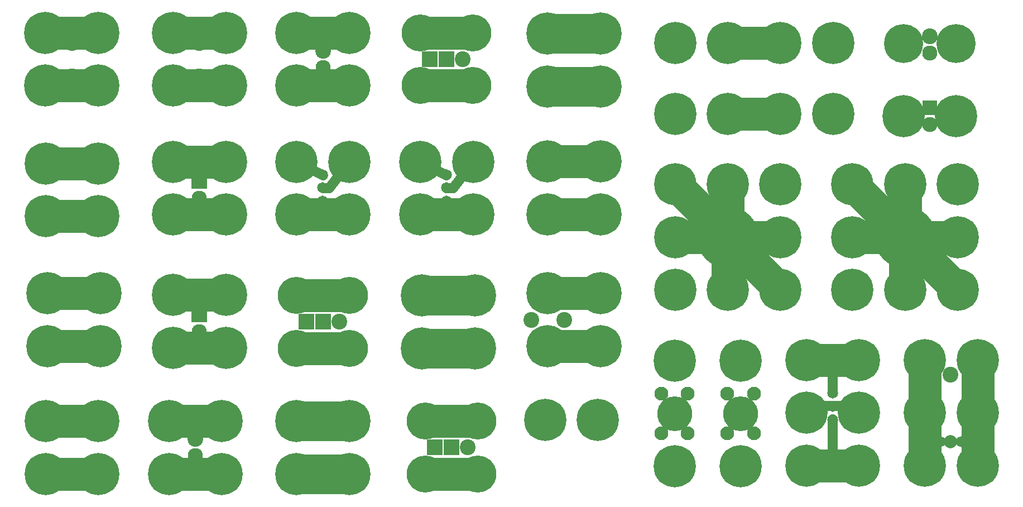
<source format=gbs>
G04 #@! TF.FileFunction,Soldermask,Bot*
%FSLAX46Y46*%
G04 Gerber Fmt 4.6, Leading zero omitted, Abs format (unit mm)*
G04 Created by KiCad (PCBNEW 4.0.1-3.201512221402+6198~38~ubuntu14.04.1-stable) date Thu 03 Mar 2016 09:20:13 PM PST*
%MOMM*%
G01*
G04 APERTURE LIST*
%ADD10C,0.100000*%
%ADD11C,6.000000*%
%ADD12C,5.000000*%
%ADD13C,1.500000*%
%ADD14C,2.400000*%
%ADD15C,2.300000*%
%ADD16C,6.400000*%
%ADD17C,1.650000*%
%ADD18C,1.700000*%
%ADD19C,2.000000*%
%ADD20R,2.400000X2.400000*%
%ADD21C,5.630000*%
%ADD22R,2.200000X2.300000*%
%ADD23R,2.400000X2.300000*%
%ADD24C,9.400000*%
%ADD25C,5.900000*%
%ADD26C,2.100000*%
%ADD27C,5.280000*%
G04 APERTURE END LIST*
D10*
D11*
X130336000Y-87681000D02*
X138636000Y-87681000D01*
X130336000Y-95681000D02*
X138636000Y-95681000D01*
D12*
X176905000Y-60130000D02*
X184905000Y-60130000D01*
X149586000Y-87366000D02*
X157586000Y-87366000D01*
X149586000Y-95366000D02*
X157586000Y-95366000D01*
X149586000Y-67366000D02*
X157586000Y-67366000D01*
X149586000Y-75366000D02*
X157586000Y-75366000D01*
D11*
X149386000Y-48001000D02*
X157686000Y-48001000D01*
X149386000Y-56001000D02*
X157686000Y-56001000D01*
X111291000Y-106731000D02*
X119591000Y-106731000D01*
X111291000Y-114731000D02*
X119591000Y-114731000D01*
D13*
X135271000Y-71431000D02*
X138271000Y-67431000D01*
X134271000Y-71431000D02*
X135271000Y-71431000D01*
D12*
X130271000Y-75431000D02*
X138271000Y-75431000D01*
D13*
X134271000Y-69431000D02*
X130271000Y-67431000D01*
X192834000Y-102464000D02*
X192834000Y-97964000D01*
X192834000Y-113464000D02*
X192834000Y-106464000D01*
X189334000Y-104464000D02*
X195834000Y-104464000D01*
D12*
X188834000Y-113464000D02*
X196834000Y-113464000D01*
X188834000Y-97464000D02*
X196834000Y-97464000D01*
X111491000Y-55876000D02*
X119491000Y-55876000D01*
X119491000Y-47876000D02*
X111491000Y-47876000D01*
D13*
X116491000Y-71431000D02*
X119491000Y-67431000D01*
X115491000Y-71431000D02*
X116491000Y-71431000D01*
D12*
X111491000Y-75431000D02*
X119491000Y-75431000D01*
D13*
X115491000Y-69431000D02*
X111491000Y-67431000D01*
D12*
X206802000Y-97464000D02*
X206802000Y-113464000D01*
X214802000Y-113464000D02*
X214802000Y-97464000D01*
X130221000Y-47876000D02*
X138221000Y-47876000D01*
X130221000Y-55876000D02*
X138221000Y-55876000D01*
X73401000Y-114731000D02*
X81401000Y-114731000D01*
X73401000Y-106731000D02*
X81401000Y-106731000D01*
X73401000Y-75681000D02*
X81401000Y-75681000D01*
X73401000Y-67681000D02*
X81401000Y-67681000D01*
X92131000Y-114731000D02*
X100131000Y-114731000D01*
X100131000Y-106731000D02*
X92131000Y-106731000D01*
X130983000Y-106731000D02*
X138983000Y-106731000D01*
X130983000Y-114731000D02*
X138983000Y-114731000D01*
X111496000Y-87681000D02*
X119496000Y-87681000D01*
X111496000Y-95681000D02*
X119496000Y-95681000D01*
X176905000Y-49400000D02*
X184905000Y-49400000D01*
X100761000Y-67431000D02*
X92761000Y-67431000D01*
X100761000Y-75431000D02*
X92761000Y-75431000D01*
X81396000Y-47876000D02*
X73396000Y-47876000D01*
X81396000Y-55876000D02*
X73396000Y-55876000D01*
X100761000Y-47876000D02*
X92761000Y-47876000D01*
X100761000Y-55876000D02*
X92761000Y-55876000D01*
X100761000Y-87621000D02*
X92761000Y-87621000D01*
X100761000Y-95621000D02*
X92761000Y-95621000D01*
X168905000Y-78860000D02*
X184905000Y-78860000D01*
X176905000Y-70860000D02*
X176905000Y-86860000D01*
X168905000Y-70860000D02*
X184905000Y-86860000D01*
X195825000Y-78860000D02*
X211825000Y-78860000D01*
X203825000Y-70860000D02*
X203825000Y-86860000D01*
X195825000Y-70860000D02*
X211825000Y-86860000D01*
X73716000Y-87366000D02*
X81716000Y-87366000D01*
X73716000Y-95366000D02*
X81716000Y-95366000D01*
D14*
X134536000Y-89141000D03*
D15*
X134536000Y-94221000D03*
D16*
X130536000Y-95681000D03*
X130536000Y-87681000D03*
X138536000Y-87681000D03*
X138536000Y-95681000D03*
X184905000Y-60130000D03*
X176905000Y-60130000D03*
X168905000Y-60130000D03*
X192905000Y-60130000D03*
D14*
X147086000Y-91366000D03*
X152086000Y-91366000D03*
D16*
X149586000Y-95366000D03*
X157586000Y-95366000D03*
X157586000Y-87366000D03*
X149586000Y-87366000D03*
X157586000Y-75366000D03*
X157586000Y-67366000D03*
X149586000Y-67366000D03*
X149586000Y-75366000D03*
D14*
X153586000Y-49461000D03*
D15*
X153586000Y-54541000D03*
D16*
X149586000Y-56001000D03*
X149586000Y-48001000D03*
X157586000Y-48001000D03*
X157586000Y-56001000D03*
D14*
X115491000Y-108191000D03*
D15*
X115491000Y-113271000D03*
D16*
X111491000Y-114731000D03*
X111491000Y-106731000D03*
X119491000Y-106731000D03*
X119491000Y-114731000D03*
X138271000Y-67431000D03*
D17*
X134221000Y-71356000D03*
X134221000Y-69356000D03*
X134221000Y-73356000D03*
D16*
X138271000Y-75431000D03*
X130271000Y-67431000D03*
X130271000Y-75431000D03*
X188834000Y-97464000D03*
X196834000Y-113464000D03*
D17*
X192834000Y-104514000D03*
X192834000Y-102514000D03*
X192834000Y-106514000D03*
D16*
X196834000Y-97464000D03*
X188834000Y-113464000D03*
X188834000Y-105464000D03*
X196834000Y-105464000D03*
D14*
X115491000Y-50606000D03*
D15*
X115491000Y-53146000D03*
D16*
X111491000Y-55876000D03*
X111491000Y-47876000D03*
X119491000Y-47876000D03*
X119491000Y-55876000D03*
X119491000Y-67431000D03*
D17*
X115441000Y-71356000D03*
X115441000Y-69356000D03*
X115441000Y-73356000D03*
D16*
X119491000Y-75431000D03*
X111491000Y-67431000D03*
X111491000Y-75431000D03*
D18*
X212377000Y-109889000D03*
D19*
X210727000Y-109889000D03*
D18*
X209077000Y-109889000D03*
D14*
X210727000Y-99689000D03*
D16*
X214802000Y-97464000D03*
X214802000Y-113464000D03*
X206802000Y-113464000D03*
X206802000Y-105464000D03*
X206802000Y-97464000D03*
X214802000Y-105464000D03*
D20*
X134221000Y-51876000D03*
D21*
X130221000Y-55876000D03*
X130221000Y-47876000D03*
X138221000Y-47876000D03*
X138221000Y-55876000D03*
D20*
X131721000Y-51876000D03*
D14*
X136721000Y-51876000D03*
D16*
X81401000Y-106731000D03*
X73401000Y-106731000D03*
X81401000Y-114731000D03*
X73401000Y-114731000D03*
X81401000Y-67681000D03*
X73401000Y-67681000D03*
X81401000Y-75681000D03*
X73401000Y-75681000D03*
D14*
X96131000Y-109461000D03*
D15*
X96131000Y-112001000D03*
D16*
X92131000Y-114731000D03*
X92131000Y-106731000D03*
X100131000Y-106731000D03*
X100131000Y-114731000D03*
D22*
X207571000Y-59190000D03*
D15*
X207558800Y-61790000D03*
D16*
X211571000Y-60490000D03*
X203571000Y-60490000D03*
D20*
X134983000Y-110731000D03*
D21*
X130983000Y-114731000D03*
X130983000Y-106731000D03*
X138983000Y-106731000D03*
X138983000Y-114731000D03*
D20*
X132483000Y-110731000D03*
D14*
X137483000Y-110731000D03*
D20*
X115496000Y-91681000D03*
D21*
X111496000Y-95681000D03*
X111496000Y-87681000D03*
X119496000Y-87681000D03*
X119496000Y-95681000D03*
D20*
X112996000Y-91681000D03*
D14*
X117996000Y-91681000D03*
D16*
X184905000Y-49400000D03*
X176905000Y-49400000D03*
X168905000Y-49400000D03*
X192905000Y-49400000D03*
D23*
X96761000Y-70431000D03*
D15*
X96761000Y-72971000D03*
D16*
X92761000Y-75431000D03*
X92761000Y-67431000D03*
X100761000Y-67431000D03*
X100761000Y-75431000D03*
D14*
X77396000Y-49376000D03*
D15*
X77396000Y-54376000D03*
D16*
X73396000Y-55876000D03*
X73396000Y-47876000D03*
X81396000Y-47876000D03*
X81396000Y-55876000D03*
D14*
X96761000Y-49376000D03*
D15*
X96761000Y-54376000D03*
D16*
X92761000Y-55876000D03*
X92761000Y-47876000D03*
X100761000Y-47876000D03*
X100761000Y-55876000D03*
D23*
X96761000Y-90621000D03*
D15*
X96761000Y-93161000D03*
D16*
X92761000Y-95621000D03*
X92761000Y-87621000D03*
X100761000Y-87621000D03*
X100761000Y-95621000D03*
D24*
X176905000Y-78860000D03*
D16*
X184905000Y-70860000D03*
X168905000Y-70860000D03*
X176905000Y-70860000D03*
X184905000Y-78860000D03*
X184905000Y-86860000D03*
X176905000Y-86860000D03*
X168905000Y-78860000D03*
X168905000Y-86860000D03*
D24*
X203825000Y-78860000D03*
D16*
X211825000Y-70860000D03*
X195825000Y-70860000D03*
X203825000Y-70860000D03*
X211825000Y-78860000D03*
X211825000Y-86860000D03*
X203825000Y-86860000D03*
X195825000Y-78860000D03*
X195825000Y-86860000D03*
X73716000Y-95366000D03*
X73716000Y-87366000D03*
X81716000Y-87366000D03*
X81716000Y-95366000D03*
X149215000Y-106542000D03*
X157215000Y-106542000D03*
D14*
X207561000Y-48407000D03*
D15*
X207561000Y-50947000D03*
D25*
X203561000Y-49527000D03*
X211561000Y-49527000D03*
D26*
X170848200Y-102594600D03*
X170848200Y-108594600D03*
X166848200Y-102594600D03*
X166848200Y-108594600D03*
D27*
X168834000Y-105588000D03*
D16*
X168834000Y-113588000D03*
X168834000Y-97588000D03*
D26*
X180848200Y-102594600D03*
X180848200Y-108594600D03*
X176848200Y-102594600D03*
X176848200Y-108594600D03*
D27*
X178834000Y-105588000D03*
D16*
X178834000Y-113588000D03*
X178834000Y-97588000D03*
M02*

</source>
